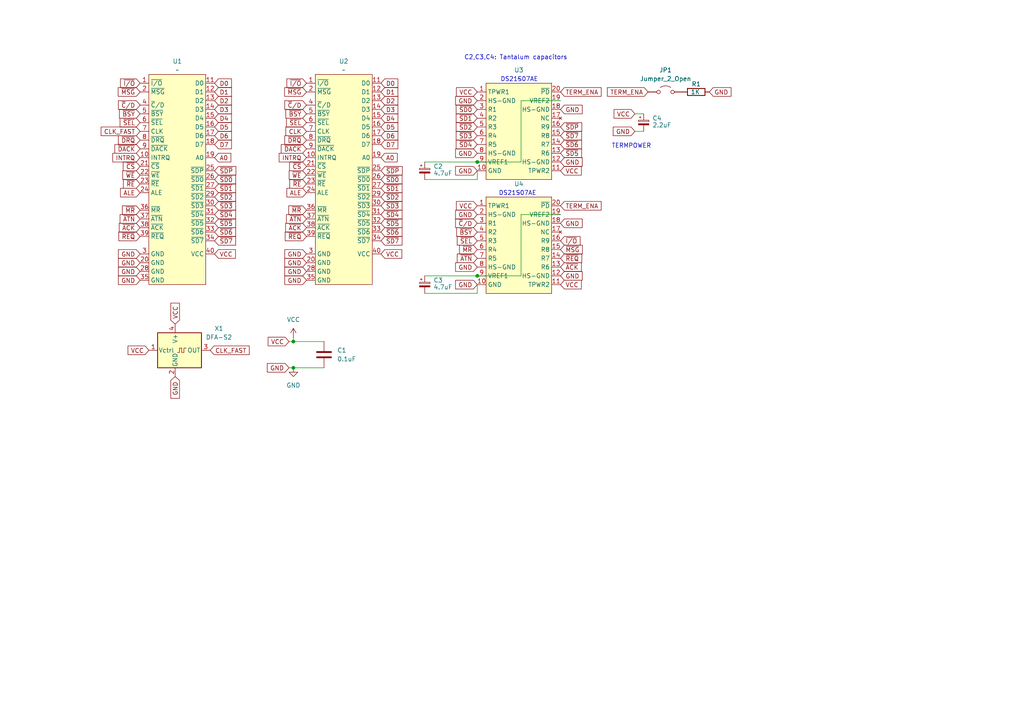
<source format=kicad_sch>
(kicad_sch (version 20231120) (generator "eeschema") (generator_version "8.0")
  (paper "A4")
  (lib_symbols
    (symbol "Device:C" (pin_numbers hide) (pin_names (offset 0.254))
      (property "Reference" "C" (at 0.635 2.54 0))
      (property "Value" "C" (at 0.635 -2.54 0))
      (symbol "C_0_1"
        (polyline (pts (xy -2.032 -0.762) (xy 2.032 -0.762)) (stroke (width 0.508)))
        (polyline (pts (xy -2.032 0.762) (xy 2.032 0.762)) (stroke (width 0.508)))
      )
      (symbol "C_1_1"
        (pin passive line (at 0 3.81 270) (length 2.794) (name "~") (number "1"))
        (pin passive line (at 0 -3.81 90) (length 2.794) (name "~") (number "2"))
      )
    )
    (symbol "Device:C_Polarized_Small" (pin_numbers hide) (pin_names (offset 0.254) hide)
      (property "Reference" "C" (at 0.254 1.778 0))
      (property "Value" "C_Polarized_Small" (at 0.254 -2.032 0))
      (symbol "C_Polarized_Small_0_1"
        (rectangle (start -1.524 -0.3048) (end 1.524 -0.6858) (fill (type outline)))
        (rectangle (start -1.524 0.6858) (end 1.524 0.3048))
        (polyline (pts (xy -1.27 1.524) (xy -0.762 1.524)))
        (polyline (pts (xy -1.016 1.27) (xy -1.016 1.778)))
      )
      (symbol "C_Polarized_Small_1_1"
        (pin passive line (at 0 2.54 270) (length 1.8542) (name "~") (number "1"))
        (pin passive line (at 0 -2.54 90) (length 1.8542) (name "~") (number "2"))
      )
    )
    (symbol "Device:R" (pin_numbers hide) (pin_names (offset 0))
      (property "Reference" "R" (at 2.032 0 90))
      (property "Value" "R" (at 0 0 90))
      (symbol "R_0_1"
        (rectangle (start -1.016 -2.54) (end 1.016 2.54) (stroke (width 0.254)))
      )
      (symbol "R_1_1"
        (pin passive line (at 0 3.81 270) (length 1.27) (name "~") (number "1"))
        (pin passive line (at 0 -3.81 90) (length 1.27) (name "~") (number "2"))
      )
    )
    (symbol "Jumper:Jumper_2_Open" (pin_numbers hide) (pin_names (offset 0) hide) (exclude_from_sim yes)
      (property "Reference" "JP" (at 0 2.794 0))
      (property "Value" "Jumper_2_Open" (at 0 -2.286 0))
      (symbol "Jumper_2_Open_0_0"
        (circle (center -2.032 0) (radius 0.508))
        (circle (center 2.032 0) (radius 0.508))
      )
      (symbol "Jumper_2_Open_0_1"
        (arc (start 1.524 1.27) (mid 0 1.778) (end -1.524 1.27))
      )
      (symbol "Jumper_2_Open_1_1"
        (pin passive line (at -5.08 0 0) (length 2.54) (name "A") (number "1"))
        (pin passive line (at 5.08 0 180) (length 2.54) (name "B") (number "2"))
      )
    )
    (symbol "Oscillator:DFA-S2" (pin_names (offset 0.254))
      (property "Reference" "X" (at -5.08 6.35 0))
      (property "Value" "DFA-S2" (at 1.27 -6.35 0))
      (symbol "DFA-S2_0_1"
        (rectangle (start -5.08 5.08) (end 7.62 -5.08) (stroke (width 0.254)) (fill (type background)))
        (polyline (pts (xy 0.635 -0.635) (xy 1.27 -0.635) (xy 1.27 0.635) (xy 1.905 0.635) (xy 1.905 -0.635) (xy 2.54 -0.635) (xy 2.54 0.635) (xy 3.175 0.635)))
      )
      (symbol "DFA-S2_1_1"
        (pin input line (at -7.62 0 0) (length 2.54) (name "Vctrl") (number "1"))
        (pin power_in line (at 0 -7.62 90) (length 2.54) (name "GND") (number "2"))
        (pin output line (at 10.16 0 180) (length 2.54) (name "OUT") (number "3"))
        (pin power_in line (at 0 7.62 270) (length 2.54) (name "V+") (number "4"))
      )
    )
    (symbol "am33c93a_1"
      (property "Reference" "U" (at -1.27 27.178 0))
      (symbol "am33c93a_1_1_1"
        (rectangle (start -7.62 25.4) (end 8.89 -35.56) (fill (type background)))
        (pin bidirectional line (at -10.16 22.86 0) (length 2.54) (name "~{I/O}") (number "1"))
        (pin output line (at -10.16 1.27 0) (length 2.54) (name "INTRQ") (number "10"))
        (pin bidirectional line (at 11.43 22.86 180) (length 2.54) (name "D0") (number "11"))
        (pin bidirectional line (at 11.43 20.32 180) (length 2.54) (name "D1") (number "12"))
        (pin bidirectional line (at 11.43 17.78 180) (length 2.54) (name "D2") (number "13"))
        (pin bidirectional line (at 11.43 15.24 180) (length 2.54) (name "D3") (number "14"))
        (pin bidirectional line (at 11.43 12.7 180) (length 2.54) (name "D4") (number "15"))
        (pin bidirectional line (at 11.43 10.16 180) (length 2.54) (name "D5") (number "16"))
        (pin bidirectional line (at 11.43 7.62 180) (length 2.54) (name "D6") (number "17"))
        (pin bidirectional line (at 11.43 5.08 180) (length 2.54) (name "D7") (number "18"))
        (pin input line (at 11.43 1.27 180) (length 2.54) (name "A0") (number "19"))
        (pin bidirectional line (at -10.16 20.32 0) (length 2.54) (name "~{MSG}") (number "2"))
        (pin power_in line (at -10.16 -29.21 0) (length 2.54) (name "GND") (number "20"))
        (pin input line (at -10.16 -1.27 0) (length 2.54) (name "~{CS}") (number "21"))
        (pin bidirectional line (at -10.16 -3.81 0) (length 2.54) (name "~{WE}") (number "22"))
        (pin bidirectional line (at -10.16 -6.35 0) (length 2.54) (name "~{RE}") (number "23"))
        (pin input line (at -10.16 -8.89 0) (length 2.54) (name "ALE") (number "24"))
        (pin bidirectional line (at 11.43 -2.54 180) (length 2.54) (name "~{SDP}") (number "25"))
        (pin bidirectional line (at 11.43 -5.08 180) (length 2.54) (name "~{SD0}") (number "26"))
        (pin bidirectional line (at 11.43 -7.62 180) (length 2.54) (name "~{SD1}") (number "27"))
        (pin power_in line (at -10.16 -31.75 0) (length 2.54) (name "GND") (number "28"))
        (pin bidirectional line (at 11.43 -10.16 180) (length 2.54) (name "~{SD2}") (number "29"))
        (pin power_in line (at -10.16 -26.67 0) (length 2.54) (name "GND") (number "3"))
        (pin bidirectional line (at 11.43 -12.7 180) (length 2.54) (name "~{SD3}") (number "30"))
        (pin bidirectional line (at 11.43 -15.24 180) (length 2.54) (name "~{SD4}") (number "31"))
        (pin bidirectional line (at 11.43 -17.78 180) (length 2.54) (name "~{SD5}") (number "32"))
        (pin bidirectional line (at 11.43 -20.32 180) (length 2.54) (name "~{SD6}") (number "33"))
        (pin bidirectional line (at 11.43 -22.86 180) (length 2.54) (name "~{SD7}") (number "34"))
        (pin power_in line (at -10.16 -34.29 0) (length 2.54) (name "GND") (number "35"))
        (pin input line (at -10.16 -13.97 0) (length 2.54) (name "~{MR}") (number "36"))
        (pin bidirectional line (at -10.16 -16.51 0) (length 2.54) (name "~{ATN}") (number "37"))
        (pin input line (at -10.16 -19.05 0) (length 2.54) (name "~{ACK}") (number "38"))
        (pin bidirectional line (at -10.16 -21.59 0) (length 2.54) (name "~{REQ}") (number "39"))
        (pin bidirectional line (at -10.16 16.51 0) (length 2.54) (name "~{C}/D") (number "4"))
        (pin power_in line (at 11.43 -26.67 180) (length 2.54) (name "VCC") (number "40"))
        (pin bidirectional line (at -10.16 13.97 0) (length 2.54) (name "~{BSY}") (number "5"))
        (pin bidirectional line (at -10.16 11.43 0) (length 2.54) (name "~{SEL}") (number "6"))
        (pin input line (at -10.16 8.89 0) (length 2.54) (name "CLK") (number "7"))
        (pin bidirectional line (at -10.16 6.35 0) (length 2.54) (name "~{DRQ}") (number "8"))
        (pin bidirectional line (at -10.16 3.81 0) (length 2.54) (name "~{DACK}") (number "9"))
      )
    )
    (symbol "power:GND" (power) (pin_numbers hide) (pin_names (offset 0) hide)
      (property "Value" "GND" (at 0 -3.81 0))
      (symbol "GND_0_1"
        (polyline (pts (xy 0 0) (xy 0 -1.27) (xy 1.27 -1.27) (xy 0 -2.54) (xy -1.27 -1.27) (xy 0 -1.27)))
      )
      (symbol "GND_1_1"
        (pin power_in line (at 0 0 270) (length 0) (name "~") (number "1"))
      )
    )
    (symbol "power:VCC" (power) (pin_numbers hide) (pin_names (offset 0) hide)
      (property "Value" "VCC" (at 0 3.556 0))
      (symbol "VCC_0_1"
        (polyline (pts (xy -0.762 1.27) (xy 0 2.54)))
        (polyline (pts (xy 0 0) (xy 0 2.54)))
        (polyline (pts (xy 0 2.54) (xy 0.762 1.27)))
      )
      (symbol "VCC_1_1"
        (pin power_in line (at 0 0 90) (length 0) (name "~") (number "1"))
      )
    )
    (symbol "wd33c93:DS21S07AE"
      (property "Reference" "U" (at 3.048 0.508 0))
      (symbol "DS21S07AE_1_1"
        (rectangle (start -1.27 -2.54) (end 17.78 -30.48) (fill (type background)))
        (pin power_in line (at -3.81 -5.08 0) (length 2.54) (name "TPWR1") (number "1"))
        (pin power_in line (at -3.81 -27.94 0) (length 2.54) (name "GND") (number "10"))
        (pin power_in line (at 20.32 -27.94 180) (length 2.54) (name "TPWR2") (number "11"))
        (pin power_in line (at 20.32 -25.4 180) (length 2.54) (name "HS-GND") (number "12"))
        (pin input line (at 20.32 -22.86 180) (length 2.54) (name "R6") (number "13"))
        (pin input line (at 20.32 -20.32 180) (length 2.54) (name "R7") (number "14"))
        (pin input line (at 20.32 -17.78 180) (length 2.54) (name "R8") (number "15"))
        (pin input line (at 20.32 -15.24 180) (length 2.54) (name "R9") (number "16"))
        (pin no_connect line (at 20.32 -12.7 180) (length 2.54) (name "NC") (number "17"))
        (pin power_in line (at 20.32 -10.16 180) (length 2.54) (name "HS-GND") (number "18"))
        (pin power_in line (at 20.32 -7.62 180) (length 2.54) (name "VREF2") (number "19"))
        (pin power_in line (at -3.81 -7.62 0) (length 2.54) (name "HS-GND") (number "2"))
        (pin input line (at 20.32 -5.08 180) (length 2.54) (name "~{PD}") (number "20"))
        (pin input line (at -3.81 -10.16 0) (length 2.54) (name "R1") (number "3"))
        (pin input line (at -3.81 -12.7 0) (length 2.54) (name "R2") (number "4"))
        (pin input line (at -3.81 -15.24 0) (length 2.54) (name "R3") (number "5"))
        (pin input line (at -3.81 -17.78 0) (length 2.54) (name "R4") (number "6"))
        (pin input line (at -3.81 -20.32 0) (length 2.54) (name "R5") (number "7"))
        (pin power_in line (at -3.81 -22.86 0) (length 2.54) (name "HS-GND") (number "8"))
        (pin power_in line (at -3.81 -25.4 0) (length 2.54) (name "VREF1") (number "9"))
      )
    )
    (symbol "wd33c93:am33c93a"
      (property "Reference" "U" (at -1.27 27.178 0))
      (symbol "am33c93a_1_1"
        (rectangle (start -7.62 25.4) (end 8.89 -35.56) (fill (type background)))
        (pin bidirectional line (at -10.16 22.86 0) (length 2.54) (name "~{I/O}") (number "1"))
        (pin output line (at -10.16 1.27 0) (length 2.54) (name "INTRQ") (number "10"))
        (pin bidirectional line (at 11.43 22.86 180) (length 2.54) (name "D0") (number "11"))
        (pin bidirectional line (at 11.43 20.32 180) (length 2.54) (name "D1") (number "12"))
        (pin bidirectional line (at 11.43 17.78 180) (length 2.54) (name "D2") (number "13"))
        (pin bidirectional line (at 11.43 15.24 180) (length 2.54) (name "D3") (number "14"))
        (pin bidirectional line (at 11.43 12.7 180) (length 2.54) (name "D4") (number "15"))
        (pin bidirectional line (at 11.43 10.16 180) (length 2.54) (name "D5") (number "16"))
        (pin bidirectional line (at 11.43 7.62 180) (length 2.54) (name "D6") (number "17"))
        (pin bidirectional line (at 11.43 5.08 180) (length 2.54) (name "D7") (number "18"))
        (pin input line (at 11.43 1.27 180) (length 2.54) (name "A0") (number "19"))
        (pin bidirectional line (at -10.16 20.32 0) (length 2.54) (name "~{MSG}") (number "2"))
        (pin power_in line (at -10.16 -29.21 0) (length 2.54) (name "GND") (number "20"))
        (pin input line (at -10.16 -1.27 0) (length 2.54) (name "~{CS}") (number "21"))
        (pin bidirectional line (at -10.16 -3.81 0) (length 2.54) (name "~{WE}") (number "22"))
        (pin bidirectional line (at -10.16 -6.35 0) (length 2.54) (name "~{RE}") (number "23"))
        (pin input line (at -10.16 -8.89 0) (length 2.54) (name "ALE") (number "24"))
        (pin bidirectional line (at 11.43 -2.54 180) (length 2.54) (name "~{SDP}") (number "25"))
        (pin bidirectional line (at 11.43 -5.08 180) (length 2.54) (name "~{SD0}") (number "26"))
        (pin bidirectional line (at 11.43 -7.62 180) (length 2.54) (name "~{SD1}") (number "27"))
        (pin power_in line (at -10.16 -31.75 0) (length 2.54) (name "GND") (number "28"))
        (pin bidirectional line (at 11.43 -10.16 180) (length 2.54) (name "~{SD2}") (number "29"))
        (pin power_in line (at -10.16 -26.67 0) (length 2.54) (name "GND") (number "3"))
        (pin bidirectional line (at 11.43 -12.7 180) (length 2.54) (name "~{SD3}") (number "30"))
        (pin bidirectional line (at 11.43 -15.24 180) (length 2.54) (name "~{SD4}") (number "31"))
        (pin bidirectional line (at 11.43 -17.78 180) (length 2.54) (name "~{SD5}") (number "32"))
        (pin bidirectional line (at 11.43 -20.32 180) (length 2.54) (name "~{SD6}") (number "33"))
        (pin bidirectional line (at 11.43 -22.86 180) (length 2.54) (name "~{SD7}") (number "34"))
        (pin power_in line (at -10.16 -34.29 0) (length 2.54) (name "GND") (number "35"))
        (pin input line (at -10.16 -13.97 0) (length 2.54) (name "~{MR}") (number "36"))
        (pin bidirectional line (at -10.16 -16.51 0) (length 2.54) (name "~{ATN}") (number "37"))
        (pin input line (at -10.16 -19.05 0) (length 2.54) (name "~{ACK}") (number "38"))
        (pin bidirectional line (at -10.16 -21.59 0) (length 2.54) (name "~{REQ}") (number "39"))
        (pin bidirectional line (at -10.16 16.51 0) (length 2.54) (name "~{C}/D") (number "4"))
        (pin power_in line (at 11.43 -26.67 180) (length 2.54) (name "VCC") (number "40"))
        (pin bidirectional line (at -10.16 13.97 0) (length 2.54) (name "~{BSY}") (number "5"))
        (pin bidirectional line (at -10.16 11.43 0) (length 2.54) (name "~{SEL}") (number "6"))
        (pin input line (at -10.16 8.89 0) (length 2.54) (name "CLK") (number "7"))
        (pin bidirectional line (at -10.16 6.35 0) (length 2.54) (name "~{DRQ}") (number "8"))
        (pin bidirectional line (at -10.16 3.81 0) (length 2.54) (name "~{DACK}") (number "9"))
      )
    )
  )
  (junction (at 138.43 80.01))
  (junction (at 85.09 106.68))
  (junction (at 138.43 46.99))
  (junction (at 85.09 99.06))
  (wire (pts (xy 85.09 97.79) (xy 85.09 99.06)))
  (wire (pts (xy 85.09 106.68) (xy 93.98 106.68)))
  (wire (pts (xy 85.09 99.06) (xy 83.82 99.06)))
  (wire (pts (xy 138.43 52.07) (xy 138.43 49.53)))
  (wire (pts (xy 123.19 85.09) (xy 138.43 85.09)))
  (wire (pts (xy 123.19 52.07) (xy 138.43 52.07)))
  (wire (pts (xy 184.15 38.1) (xy 186.69 38.1)))
  (wire (pts (xy 138.43 46.99) (xy 151.13 46.99)))
  (wire (pts (xy 151.13 62.23) (xy 162.56 62.23)))
  (wire (pts (xy 85.09 99.06) (xy 93.98 99.06)))
  (wire (pts (xy 123.19 80.01) (xy 138.43 80.01)))
  (wire (pts (xy 123.19 46.99) (xy 138.43 46.99)))
  (wire (pts (xy 151.13 80.01) (xy 151.13 62.23)))
  (wire (pts (xy 138.43 82.55) (xy 138.43 85.09)))
  (wire (pts (xy 85.09 106.68) (xy 83.82 106.68)))
  (wire (pts (xy 151.13 46.99) (xy 151.13 29.21)))
  (wire (pts (xy 184.15 33.02) (xy 186.69 33.02)))
  (wire (pts (xy 138.43 80.01) (xy 151.13 80.01)))
  (wire (pts (xy 151.13 29.21) (xy 162.56 29.21)))
  (text "DS21S07AE" (at 150.114 56.134 0) (effects (font (size 1.27 1.27))))
  (text "DS21S07AE" (at 150.622 23.114 0) (effects (font (size 1.27 1.27))))
  (text "C2,C3,C4: Tantalum capacitors" (at 149.606 16.764 0) (effects (font (size 1.27 1.27))))
  (text "TERMPOWER" (at 183.134 42.418 0) (effects (font (size 1.27 1.27))))
  (global_label "D6" (shape input) (at 110.49 39.37 0) (property "Intersheetrefs" "${INTERSHEET_REFS}" (effects (hide yes))))
  (global_label "~{SD3}" (shape input) (at 62.23 59.69 0) (property "Intersheetrefs" "${INTERSHEET_REFS}" (effects (hide yes))))
  (global_label "GND" (shape input) (at 138.43 44.45 180) (property "Intersheetrefs" "${INTERSHEET_REFS}" (effects (hide yes))))
  (global_label "~{ATN}" (shape input) (at 88.9 63.5 180) (property "Intersheetrefs" "${INTERSHEET_REFS}" (effects (hide yes))))
  (global_label "~{BSY}" (shape input) (at 88.9 33.02 180) (property "Intersheetrefs" "${INTERSHEET_REFS}" (effects (hide yes))))
  (global_label "GND" (shape input) (at 88.9 76.2 180) (property "Intersheetrefs" "${INTERSHEET_REFS}" (effects (hide yes))))
  (global_label "~{SD5}" (shape input) (at 162.56 44.45 0) (property "Intersheetrefs" "${INTERSHEET_REFS}" (effects (hide yes))))
  (global_label "TERM_ENA" (shape input) (at 162.56 26.67 0) (property "Intersheetrefs" "${INTERSHEET_REFS}" (effects (hide yes))))
  (global_label "~{SD7}" (shape input) (at 62.23 69.85 0) (property "Intersheetrefs" "${INTERSHEET_REFS}" (effects (hide yes))))
  (global_label "~{SD7}" (shape input) (at 110.49 69.85 0) (property "Intersheetrefs" "${INTERSHEET_REFS}" (effects (hide yes))))
  (global_label "~{I{slash}O}" (shape input) (at 88.9 24.13 180) (property "Intersheetrefs" "${INTERSHEET_REFS}" (effects (hide yes))))
  (global_label "VCC" (shape input) (at 83.82 99.06 180) (property "Intersheetrefs" "${INTERSHEET_REFS}" (effects (hide yes))))
  (global_label "~{DRQ}" (shape input) (at 88.9 40.64 180) (property "Intersheetrefs" "${INTERSHEET_REFS}" (effects (hide yes))))
  (global_label "~{DRQ}" (shape input) (at 40.64 40.64 180) (property "Intersheetrefs" "${INTERSHEET_REFS}" (effects (hide yes))))
  (global_label "A0" (shape input) (at 110.49 45.72 0) (property "Intersheetrefs" "${INTERSHEET_REFS}" (effects (hide yes))))
  (global_label "~{SD4}" (shape input) (at 110.49 62.23 0) (property "Intersheetrefs" "${INTERSHEET_REFS}" (effects (hide yes))))
  (global_label "GND" (shape input) (at 162.56 31.75 0) (property "Intersheetrefs" "${INTERSHEET_REFS}" (effects (hide yes))))
  (global_label "~{SD2}" (shape input) (at 110.49 57.15 0) (property "Intersheetrefs" "${INTERSHEET_REFS}" (effects (hide yes))))
  (global_label "GND" (shape input) (at 83.82 106.68 180) (property "Intersheetrefs" "${INTERSHEET_REFS}" (effects (hide yes))))
  (global_label "~{I{slash}O}" (shape input) (at 40.64 24.13 180) (property "Intersheetrefs" "${INTERSHEET_REFS}" (effects (hide yes))))
  (global_label "GND" (shape input) (at 184.15 38.1 180) (property "Intersheetrefs" "${INTERSHEET_REFS}" (effects (hide yes))))
  (global_label "~{SD0}" (shape input) (at 138.43 31.75 180) (property "Intersheetrefs" "${INTERSHEET_REFS}" (effects (hide yes))))
  (global_label "~{ACK}" (shape input) (at 162.56 77.47 0) (property "Intersheetrefs" "${INTERSHEET_REFS}" (effects (hide yes))))
  (global_label "A0" (shape input) (at 62.23 45.72 0) (property "Intersheetrefs" "${INTERSHEET_REFS}" (effects (hide yes))))
  (global_label "~{SDP}" (shape input) (at 110.49 49.53 0) (property "Intersheetrefs" "${INTERSHEET_REFS}" (effects (hide yes))))
  (global_label "D0" (shape input) (at 110.49 24.13 0) (property "Intersheetrefs" "${INTERSHEET_REFS}" (effects (hide yes))))
  (global_label "VCC" (shape input) (at 50.8 93.98 90) (property "Intersheetrefs" "${INTERSHEET_REFS}" (effects (hide yes))))
  (global_label "VCC" (shape input) (at 43.18 101.6 180) (property "Intersheetrefs" "${INTERSHEET_REFS}" (effects (hide yes))))
  (global_label "GND" (shape input) (at 138.43 29.21 180) (property "Intersheetrefs" "${INTERSHEET_REFS}" (effects (hide yes))))
  (global_label "~{SD5}" (shape input) (at 62.23 64.77 0) (property "Intersheetrefs" "${INTERSHEET_REFS}" (effects (hide yes))))
  (global_label "~{SD6}" (shape input) (at 110.49 67.31 0) (property "Intersheetrefs" "${INTERSHEET_REFS}" (effects (hide yes))))
  (global_label "~{BSY}" (shape input) (at 40.64 33.02 180) (property "Intersheetrefs" "${INTERSHEET_REFS}" (effects (hide yes))))
  (global_label "~{SDP}" (shape input) (at 62.23 49.53 0) (property "Intersheetrefs" "${INTERSHEET_REFS}" (effects (hide yes))))
  (global_label "GND" (shape input) (at 88.9 78.74 180) (property "Intersheetrefs" "${INTERSHEET_REFS}" (effects (hide yes))))
  (global_label "~{ATN}" (shape input) (at 40.64 63.5 180) (property "Intersheetrefs" "${INTERSHEET_REFS}" (effects (hide yes))))
  (global_label "~{SD3}" (shape input) (at 138.43 39.37 180) (property "Intersheetrefs" "${INTERSHEET_REFS}" (effects (hide yes))))
  (global_label "~{BSY}" (shape input) (at 138.43 67.31 180) (property "Intersheetrefs" "${INTERSHEET_REFS}" (effects (hide yes))))
  (global_label "GND" (shape input) (at 40.64 76.2 180) (property "Intersheetrefs" "${INTERSHEET_REFS}" (effects (hide yes))))
  (global_label "CLK_FAST" (shape input) (at 40.64 38.1 180) (property "Intersheetrefs" "${INTERSHEET_REFS}" (effects (hide yes))))
  (global_label "D1" (shape input) (at 62.23 26.67 0) (property "Intersheetrefs" "${INTERSHEET_REFS}" (effects (hide yes))))
  (global_label "~{ATN}" (shape input) (at 138.43 74.93 180) (property "Intersheetrefs" "${INTERSHEET_REFS}" (effects (hide yes))))
  (global_label "~{DACK}" (shape input) (at 88.9 43.18 180) (property "Intersheetrefs" "${INTERSHEET_REFS}" (effects (hide yes))))
  (global_label "INTRQ" (shape input) (at 40.64 45.72 180) (property "Intersheetrefs" "${INTERSHEET_REFS}" (effects (hide yes))))
  (global_label "~{SD1}" (shape input) (at 110.49 54.61 0) (property "Intersheetrefs" "${INTERSHEET_REFS}" (effects (hide yes))))
  (global_label "GND" (shape input) (at 162.56 80.01 0) (property "Intersheetrefs" "${INTERSHEET_REFS}" (effects (hide yes))))
  (global_label "GND" (shape input) (at 162.56 64.77 0) (property "Intersheetrefs" "${INTERSHEET_REFS}" (effects (hide yes))))
  (global_label "GND" (shape input) (at 138.43 77.47 180) (property "Intersheetrefs" "${INTERSHEET_REFS}" (effects (hide yes))))
  (global_label "~{RE}" (shape input) (at 88.9 53.34 180) (property "Intersheetrefs" "${INTERSHEET_REFS}" (effects (hide yes))))
  (global_label "~{SD7}" (shape input) (at 162.56 39.37 0) (property "Intersheetrefs" "${INTERSHEET_REFS}" (effects (hide yes))))
  (global_label "~{SD2}" (shape input) (at 138.43 36.83 180) (property "Intersheetrefs" "${INTERSHEET_REFS}" (effects (hide yes))))
  (global_label "TERM_ENA" (shape input) (at 162.56 59.69 0) (property "Intersheetrefs" "${INTERSHEET_REFS}" (effects (hide yes))))
  (global_label "GND" (shape input) (at 40.64 81.28 180) (property "Intersheetrefs" "${INTERSHEET_REFS}" (effects (hide yes))))
  (global_label "CLK_FAST" (shape input) (at 60.96 101.6 0) (property "Intersheetrefs" "${INTERSHEET_REFS}" (effects (hide yes))))
  (global_label "~{SD6}" (shape input) (at 62.23 67.31 0) (property "Intersheetrefs" "${INTERSHEET_REFS}" (effects (hide yes))))
  (global_label "GND" (shape input) (at 88.9 81.28 180) (property "Intersheetrefs" "${INTERSHEET_REFS}" (effects (hide yes))))
  (global_label "~{SEL}" (shape input) (at 40.64 35.56 180) (property "Intersheetrefs" "${INTERSHEET_REFS}" (effects (hide yes))))
  (global_label "~{SD2}" (shape input) (at 62.23 57.15 0) (property "Intersheetrefs" "${INTERSHEET_REFS}" (effects (hide yes))))
  (global_label "VCC" (shape input) (at 184.15 33.02 180) (property "Intersheetrefs" "${INTERSHEET_REFS}" (effects (hide yes))))
  (global_label "D2" (shape input) (at 110.49 29.21 0) (property "Intersheetrefs" "${INTERSHEET_REFS}" (effects (hide yes))))
  (global_label "GND" (shape input) (at 162.56 46.99 0) (property "Intersheetrefs" "${INTERSHEET_REFS}" (effects (hide yes))))
  (global_label "~{WE}" (shape input) (at 88.9 50.8 180) (property "Intersheetrefs" "${INTERSHEET_REFS}" (effects (hide yes))))
  (global_label "~{MR}" (shape input) (at 138.43 72.39 180) (property "Intersheetrefs" "${INTERSHEET_REFS}" (effects (hide yes))))
  (global_label "~{SD6}" (shape input) (at 162.56 41.91 0) (property "Intersheetrefs" "${INTERSHEET_REFS}" (effects (hide yes))))
  (global_label "INTRQ" (shape input) (at 88.9 45.72 180) (property "Intersheetrefs" "${INTERSHEET_REFS}" (effects (hide yes))))
  (global_label "~{SD1}" (shape input) (at 62.23 54.61 0) (property "Intersheetrefs" "${INTERSHEET_REFS}" (effects (hide yes))))
  (global_label "ALE" (shape input) (at 88.9 55.88 180) (property "Intersheetrefs" "${INTERSHEET_REFS}" (effects (hide yes))))
  (global_label "~{DACK}" (shape input) (at 40.64 43.18 180) (property "Intersheetrefs" "${INTERSHEET_REFS}" (effects (hide yes))))
  (global_label "D5" (shape input) (at 110.49 36.83 0) (property "Intersheetrefs" "${INTERSHEET_REFS}" (effects (hide yes))))
  (global_label "~{SEL}" (shape input) (at 88.9 35.56 180) (property "Intersheetrefs" "${INTERSHEET_REFS}" (effects (hide yes))))
  (global_label "D4" (shape input) (at 62.23 34.29 0) (property "Intersheetrefs" "${INTERSHEET_REFS}" (effects (hide yes))))
  (global_label "VCC" (shape input) (at 62.23 73.66 0) (property "Intersheetrefs" "${INTERSHEET_REFS}" (effects (hide yes))))
  (global_label "GND" (shape input) (at 138.43 82.55 180) (property "Intersheetrefs" "${INTERSHEET_REFS}" (effects (hide yes))))
  (global_label "GND" (shape input) (at 40.64 73.66 180) (property "Intersheetrefs" "${INTERSHEET_REFS}" (effects (hide yes))))
  (global_label "~{SD1}" (shape input) (at 138.43 34.29 180) (property "Intersheetrefs" "${INTERSHEET_REFS}" (effects (hide yes))))
  (global_label "ALE" (shape input) (at 40.64 55.88 180) (property "Intersheetrefs" "${INTERSHEET_REFS}" (effects (hide yes))))
  (global_label "VCC" (shape input) (at 162.56 82.55 0) (property "Intersheetrefs" "${INTERSHEET_REFS}" (effects (hide yes))))
  (global_label "~{MSG}" (shape input) (at 162.56 72.39 0) (property "Intersheetrefs" "${INTERSHEET_REFS}" (effects (hide yes))))
  (global_label "D6" (shape input) (at 62.23 39.37 0) (property "Intersheetrefs" "${INTERSHEET_REFS}" (effects (hide yes))))
  (global_label "~{CS}" (shape input) (at 40.64 48.26 180) (property "Intersheetrefs" "${INTERSHEET_REFS}" (effects (hide yes))))
  (global_label "GND" (shape input) (at 138.43 49.53 180) (property "Intersheetrefs" "${INTERSHEET_REFS}" (effects (hide yes))))
  (global_label "~{MSG}" (shape input) (at 40.64 26.67 180) (property "Intersheetrefs" "${INTERSHEET_REFS}" (effects (hide yes))))
  (global_label "~{SD3}" (shape input) (at 110.49 59.69 0) (property "Intersheetrefs" "${INTERSHEET_REFS}" (effects (hide yes))))
  (global_label "GND" (shape input) (at 88.9 73.66 180) (property "Intersheetrefs" "${INTERSHEET_REFS}" (effects (hide yes))))
  (global_label "~{C}{slash}D" (shape input) (at 88.9 30.48 180) (property "Intersheetrefs" "${INTERSHEET_REFS}" (effects (hide yes))))
  (global_label "~{SD0}" (shape input) (at 62.23 52.07 0) (property "Intersheetrefs" "${INTERSHEET_REFS}" (effects (hide yes))))
  (global_label "~{SD4}" (shape input) (at 138.43 41.91 180) (property "Intersheetrefs" "${INTERSHEET_REFS}" (effects (hide yes))))
  (global_label "D3" (shape input) (at 62.23 31.75 0) (property "Intersheetrefs" "${INTERSHEET_REFS}" (effects (hide yes))))
  (global_label "~{CS}" (shape input) (at 88.9 48.26 180) (property "Intersheetrefs" "${INTERSHEET_REFS}" (effects (hide yes))))
  (global_label "~{WE}" (shape input) (at 40.64 50.8 180) (property "Intersheetrefs" "${INTERSHEET_REFS}" (effects (hide yes))))
  (global_label "GND" (shape input) (at 40.64 78.74 180) (property "Intersheetrefs" "${INTERSHEET_REFS}" (effects (hide yes))))
  (global_label "~{C}{slash}D" (shape input) (at 138.43 64.77 180) (property "Intersheetrefs" "${INTERSHEET_REFS}" (effects (hide yes))))
  (global_label "~{SD4}" (shape input) (at 62.23 62.23 0) (property "Intersheetrefs" "${INTERSHEET_REFS}" (effects (hide yes))))
  (global_label "GND" (shape input) (at 50.8 109.22 270) (property "Intersheetrefs" "${INTERSHEET_REFS}" (effects (hide yes))))
  (global_label "~{REQ}" (shape input) (at 40.64 68.58 180) (property "Intersheetrefs" "${INTERSHEET_REFS}" (effects (hide yes))))
  (global_label "~{SD5}" (shape input) (at 110.49 64.77 0) (property "Intersheetrefs" "${INTERSHEET_REFS}" (effects (hide yes))))
  (global_label "D1" (shape input) (at 110.49 26.67 0) (property "Intersheetrefs" "${INTERSHEET_REFS}" (effects (hide yes))))
  (global_label "D4" (shape input) (at 110.49 34.29 0) (property "Intersheetrefs" "${INTERSHEET_REFS}" (effects (hide yes))))
  (global_label "CLK" (shape input) (at 88.9 38.1 180) (property "Intersheetrefs" "${INTERSHEET_REFS}" (effects (hide yes))))
  (global_label "~{MR}" (shape input) (at 40.64 60.96 180) (property "Intersheetrefs" "${INTERSHEET_REFS}" (effects (hide yes))))
  (global_label "GND" (shape input) (at 205.74 26.67 0) (property "Intersheetrefs" "${INTERSHEET_REFS}" (effects (hide yes))))
  (global_label "~{SDP}" (shape input) (at 162.56 36.83 0) (property "Intersheetrefs" "${INTERSHEET_REFS}" (effects (hide yes))))
  (global_label "~{MR}" (shape input) (at 88.9 60.96 180) (property "Intersheetrefs" "${INTERSHEET_REFS}" (effects (hide yes))))
  (global_label "TERM_ENA" (shape input) (at 187.96 26.67 180) (property "Intersheetrefs" "${INTERSHEET_REFS}" (effects (hide yes))))
  (global_label "D2" (shape input) (at 62.23 29.21 0) (property "Intersheetrefs" "${INTERSHEET_REFS}" (effects (hide yes))))
  (global_label "VCC" (shape input) (at 110.49 73.66 0) (property "Intersheetrefs" "${INTERSHEET_REFS}" (effects (hide yes))))
  (global_label "~{ACK}" (shape input) (at 88.9 66.04 180) (property "Intersheetrefs" "${INTERSHEET_REFS}" (effects (hide yes))))
  (global_label "VCC" (shape input) (at 138.43 59.69 180) (property "Intersheetrefs" "${INTERSHEET_REFS}" (effects (hide yes))))
  (global_label "VCC" (shape input) (at 138.43 26.67 180) (property "Intersheetrefs" "${INTERSHEET_REFS}" (effects (hide yes))))
  (global_label "~{ACK}" (shape input) (at 40.64 66.04 180) (property "Intersheetrefs" "${INTERSHEET_REFS}" (effects (hide yes))))
  (global_label "~{SEL}" (shape input) (at 138.43 69.85 180) (property "Intersheetrefs" "${INTERSHEET_REFS}" (effects (hide yes))))
  (global_label "D7" (shape input) (at 110.49 41.91 0) (property "Intersheetrefs" "${INTERSHEET_REFS}" (effects (hide yes))))
  (global_label "~{I{slash}O}" (shape input) (at 162.56 69.85 0) (property "Intersheetrefs" "${INTERSHEET_REFS}" (effects (hide yes))))
  (global_label "~{REQ}" (shape input) (at 162.56 74.93 0) (property "Intersheetrefs" "${INTERSHEET_REFS}" (effects (hide yes))))
  (global_label "~{REQ}" (shape input) (at 88.9 68.58 180) (property "Intersheetrefs" "${INTERSHEET_REFS}" (effects (hide yes))))
  (global_label "VCC" (shape input) (at 162.56 49.53 0) (property "Intersheetrefs" "${INTERSHEET_REFS}" (effects (hide yes))))
  (global_label "~{MSG}" (shape input) (at 88.9 26.67 180) (property "Intersheetrefs" "${INTERSHEET_REFS}" (effects (hide yes))))
  (global_label "~{C}{slash}D" (shape input) (at 40.64 30.48 180) (property "Intersheetrefs" "${INTERSHEET_REFS}" (effects (hide yes))))
  (global_label "D3" (shape input) (at 110.49 31.75 0) (property "Intersheetrefs" "${INTERSHEET_REFS}" (effects (hide yes))))
  (global_label "D7" (shape input) (at 62.23 41.91 0) (property "Intersheetrefs" "${INTERSHEET_REFS}" (effects (hide yes))))
  (global_label "D0" (shape input) (at 62.23 24.13 0) (property "Intersheetrefs" "${INTERSHEET_REFS}" (effects (hide yes))))
  (global_label "~{SD0}" (shape input) (at 110.49 52.07 0) (property "Intersheetrefs" "${INTERSHEET_REFS}" (effects (hide yes))))
  (global_label "~{RE}" (shape input) (at 40.64 53.34 180) (property "Intersheetrefs" "${INTERSHEET_REFS}" (effects (hide yes))))
  (global_label "GND" (shape input) (at 138.43 62.23 180) (property "Intersheetrefs" "${INTERSHEET_REFS}" (effects (hide yes))))
  (global_label "D5" (shape input) (at 62.23 36.83 0) (property "Intersheetrefs" "${INTERSHEET_REFS}" (effects (hide yes))))
  (symbol (lib_id "Device:C_Polarized_Small") (at 186.69 35.56 0) (unit 1)
    (property "Reference" "C4" (at 189.23 34.29 0) (effects (justify left)))
    (property "Value" "2.2uF" (at 189.23 36.2838 0) (effects (justify left)))
    (property "Footprint" "Capacitor_Tantalum_SMD:CP_EIA-2012-12_Kemet-R" (effects (hide yes)))
    (property "Description" "Polarized capacitor, small symbol" (effects (hide yes)))
  )
  (symbol (lib_id "Device:C_Polarized_Small") (at 123.19 49.53 0) (unit 1)
    (property "Reference" "C2" (at 125.73 48.26 0) (effects (justify left)))
    (property "Value" "4.7uF" (at 125.73 50.2538 0) (effects (justify left)))
    (property "Footprint" "Capacitor_Tantalum_SMD:CP_EIA-2012-12_Kemet-R" (effects (hide yes)))
    (property "Description" "Polarized capacitor, small symbol" (effects (hide yes)))
  )
  (symbol (lib_id "Oscillator:DFA-S2") (at 50.8 101.6 0) (unit 1)
    (property "Reference" "X1" (at 63.5 95.2814 0))
    (property "Value" "DFA-S2" (at 63.5 97.8214 0))
    (property "Footprint" "Oscillator:Oscillator_SMD_Fordahl_DFAS2-4Pin_7.3x5.1mm_HandSoldering" (effects (hide yes)))
    (property "Datasheet" "http://www.metatech.com.hk/product/fordahl/pdf/2002%20TCXO%20Page%2043-58.pdf" (effects (hide yes)))
    (property "Description" "Temperature compensated Crystal Clock Oscillator" (effects (hide yes)))
  )
  (symbol (lib_id "Device:C") (at 93.98 102.87 0) (unit 1)
    (property "Reference" "C1" (at 97.79 101.5999 0) (effects (justify left)))
    (property "Value" "0.1uF" (at 97.79 104.1399 0) (effects (justify left)))
    (property "Footprint" "Capacitor_SMD:C_0603_1608Metric" (effects (hide yes)))
    (property "Description" "Unpolarized capacitor" (effects (hide yes)))
  )
  (symbol (lib_id "power:GND") (at 85.09 106.68 0) (unit 1)
    (property "Reference" "#PWR02" (effects (hide yes)))
    (property "Value" "GND" (at 85.09 111.76 0))
    (property "Description" "Power symbol creates a global label with name \"GND\" , ground" (effects (hide yes)))
  )
  (symbol (lib_id "wd33c93:DS21S07AE") (at 142.24 54.61 0) (unit 1)
    (property "Reference" "U4" (at 150.495 53.34 0))
    (property "Value" "~" (at 150.495 55.88 0))
    (property "Footprint" "Package_SO:TSSOP-20_4.4x6.5mm_P0.65mm" (effects (hide yes)))
    (property "Datasheet" "https://www.analog.com/media/en/technical-documentation/data-sheets/DS21S07A.pdf" (effects (hide yes)))
  )
  (symbol (lib_id "Device:R") (at 201.93 26.67 90) (unit 1)
    (property "Reference" "R1" (at 201.93 24.384 90))
    (property "Value" "1K" (at 201.676 26.67 90))
    (property "Footprint" "Resistor_SMD:R_0805_2012Metric_Pad1.20x1.40mm_HandSolder" (effects (hide yes)))
    (property "Description" "Resistor" (effects (hide yes)))
  )
  (symbol (lib_id "wd33c93:DS21S07AE") (at 142.24 21.59 0) (unit 1)
    (property "Reference" "U3" (at 150.495 20.32 0))
    (property "Value" "~" (at 150.495 22.86 0))
    (property "Footprint" "Package_SO:TSSOP-20_4.4x6.5mm_P0.65mm" (effects (hide yes)))
    (property "Datasheet" "https://www.analog.com/media/en/technical-documentation/data-sheets/DS21S07A.pdf" (effects (hide yes)))
  )
  (symbol (lib_id "Device:C_Polarized_Small") (at 123.19 82.55 0) (unit 1)
    (property "Reference" "C3" (at 125.73 81.28 0) (effects (justify left)))
    (property "Value" "4.7uF" (at 125.73 83.2738 0) (effects (justify left)))
    (property "Footprint" "Capacitor_Tantalum_SMD:CP_EIA-2012-12_Kemet-R" (effects (hide yes)))
    (property "Description" "Polarized capacitor, small symbol" (effects (hide yes)))
  )
  (symbol (lib_id "Jumper:Jumper_2_Open") (at 193.04 26.67 0) (unit 1) (exclude_from_sim yes)
    (property "Reference" "JP1" (at 193.04 20.32 0))
    (property "Value" "Jumper_2_Open" (at 193.04 22.86 0))
    (property "Footprint" "Connector_PinHeader_2.00mm:PinHeader_1x02_P2.00mm_Vertical" (effects (hide yes)))
    (property "Description" "Jumper, 2-pole, open" (effects (hide yes)))
  )
  (symbol (lib_id "wd33c93:am33c93a") (at 99.06 46.99 0) (unit 1)
    (property "Reference" "U2" (at 99.695 17.78 0))
    (property "Value" "~" (at 99.695 20.32 0))
    (property "Footprint" "wd33c93:DIP-40_W15.24mm_Socket" (effects (hide yes)))
  )
  (symbol (lib_id "power:VCC") (at 85.09 97.79 0) (unit 1)
    (property "Reference" "#PWR01" (effects (hide yes)))
    (property "Value" "VCC" (at 85.09 92.71 0))
    (property "Description" "Power symbol creates a global label with name \"VCC\"" (effects (hide yes)))
  )
  (symbol (lib_name "am33c93a_1") (lib_id "wd33c93:am33c93a") (at 50.8 46.99 0) (unit 1)
    (property "Reference" "U1" (at 51.435 17.78 0))
    (property "Value" "~" (at 51.435 20.32 0))
    (property "Footprint" "Package_DIP:DIP-40_W15.24mm_Socket" (effects (hide yes)))
  )
)
</source>
